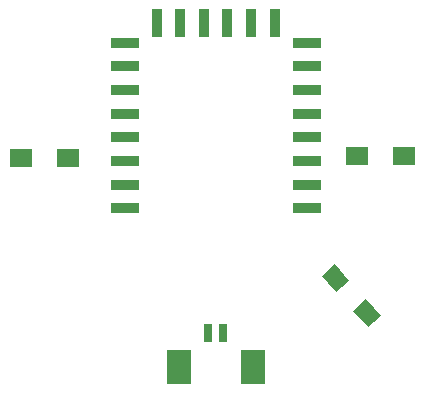
<source format=gbp>
G04 #@! TF.GenerationSoftware,KiCad,Pcbnew,(2017-05-14 revision 14bb238b3)-makepkg*
G04 #@! TF.CreationDate,2017-07-07T13:01:08-06:00*
G04 #@! TF.ProjectId,001,3030312E6B696361645F706362000000,rev?*
G04 #@! TF.FileFunction,Paste,Bot*
G04 #@! TF.FilePolarity,Positive*
%FSLAX46Y46*%
G04 Gerber Fmt 4.6, Leading zero omitted, Abs format (unit mm)*
G04 Created by KiCad (PCBNEW (2017-05-14 revision 14bb238b3)-makepkg) date 07/07/17 13:01:08*
%MOMM*%
%LPD*%
G01*
G04 APERTURE LIST*
%ADD10C,0.100000*%
%ADD11R,2.347600X0.947600*%
%ADD12R,0.947600X2.347600*%
%ADD13C,1.447600*%
%ADD14R,1.847600X1.547600*%
%ADD15R,2.047600X2.947600*%
%ADD16R,0.647600X1.547600*%
G04 APERTURE END LIST*
D10*
D11*
X122412020Y-75307360D03*
X122412020Y-73307360D03*
X122412020Y-71307360D03*
X122412020Y-69307360D03*
X122412020Y-67307360D03*
X122412020Y-65307360D03*
X122412020Y-63307360D03*
X122412020Y-61307360D03*
X137812020Y-61307360D03*
X137812020Y-63307360D03*
X137812020Y-65307360D03*
X137812020Y-67307360D03*
X137812020Y-69307360D03*
X137812020Y-71307360D03*
X137812020Y-73307360D03*
X137812020Y-75307360D03*
D12*
X125102020Y-59607360D03*
X127102020Y-59607360D03*
X129102020Y-59607360D03*
X131102020Y-59607360D03*
X133102020Y-59607360D03*
X135102020Y-59607360D03*
D13*
X142928781Y-84210450D03*
D10*
G36*
X141772750Y-84008250D02*
X142848526Y-83039616D01*
X144084812Y-84412650D01*
X143009036Y-85381284D01*
X141772750Y-84008250D01*
X141772750Y-84008250D01*
G37*
D13*
X140252259Y-81237870D03*
D10*
G36*
X139096228Y-81035670D02*
X140172004Y-80067036D01*
X141408290Y-81440070D01*
X140332514Y-82408704D01*
X139096228Y-81035670D01*
X139096228Y-81035670D01*
G37*
D14*
X113631720Y-71090960D03*
X117631720Y-71090960D03*
X146079720Y-70913160D03*
X142079720Y-70913160D03*
D15*
X126984720Y-88771560D03*
X133234720Y-88771560D03*
D16*
X129484720Y-85871560D03*
X130734720Y-85871560D03*
M02*

</source>
